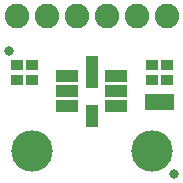
<source format=gbr>
G04 EAGLE Gerber RS-274X export*
G75*
%MOMM*%
%FSLAX34Y34*%
%LPD*%
%INSoldermask Top*%
%IPPOS*%
%AMOC8*
5,1,8,0,0,1.08239X$1,22.5*%
G01*
%ADD10R,1.003200X2.703200*%
%ADD11R,1.003200X1.873200*%
%ADD12R,1.873200X1.003200*%
%ADD13R,1.103200X0.903200*%
%ADD14C,2.082800*%
%ADD15R,0.838200X1.473200*%
%ADD16C,3.505200*%
%ADD17C,0.838200*%


D10*
X76200Y92700D03*
D11*
X76200Y55550D03*
D12*
X96850Y88900D03*
X96850Y76200D03*
X96850Y63500D03*
X55550Y63500D03*
X55550Y76200D03*
X55550Y88900D03*
D13*
X25400Y85575D03*
X25400Y98575D03*
X139700Y98575D03*
X139700Y85575D03*
X127000Y98575D03*
X127000Y85575D03*
D14*
X12700Y139700D03*
X38100Y139700D03*
X63500Y139700D03*
X88900Y139700D03*
X114300Y139700D03*
X139700Y139700D03*
D15*
X125222Y66675D03*
X133350Y66675D03*
X141478Y66675D03*
D13*
X12700Y85575D03*
X12700Y98575D03*
D16*
X25400Y25400D03*
X127000Y25400D03*
D17*
X6350Y110490D03*
X146050Y6350D03*
M02*

</source>
